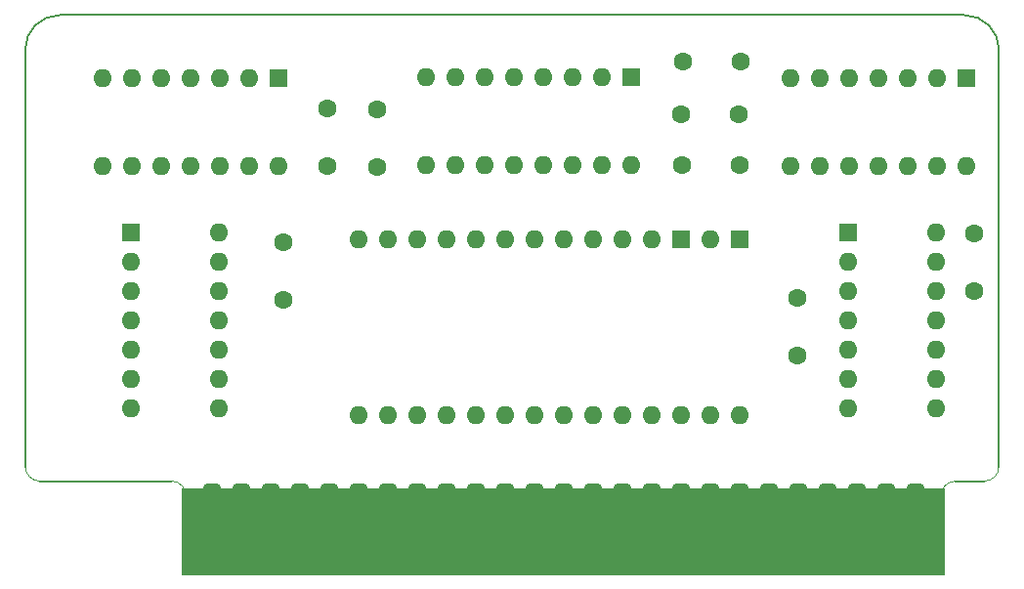
<source format=gts>
G04 #@! TF.GenerationSoftware,KiCad,Pcbnew,(7.0.0-0)*
G04 #@! TF.CreationDate,2024-02-24T19:33:58+09:00*
G04 #@! TF.ProjectId,Grappler_Minus_Keros_alldip_GH,47726170-706c-4657-925f-4d696e75735f,3*
G04 #@! TF.SameCoordinates,Original*
G04 #@! TF.FileFunction,Soldermask,Top*
G04 #@! TF.FilePolarity,Negative*
%FSLAX46Y46*%
G04 Gerber Fmt 4.6, Leading zero omitted, Abs format (unit mm)*
G04 Created by KiCad (PCBNEW (7.0.0-0)) date 2024-02-24 19:33:58*
%MOMM*%
%LPD*%
G01*
G04 APERTURE LIST*
G04 Aperture macros list*
%AMRoundRect*
0 Rectangle with rounded corners*
0 $1 Rounding radius*
0 $2 $3 $4 $5 $6 $7 $8 $9 X,Y pos of 4 corners*
0 Add a 4 corners polygon primitive as box body*
4,1,4,$2,$3,$4,$5,$6,$7,$8,$9,$2,$3,0*
0 Add four circle primitives for the rounded corners*
1,1,$1+$1,$2,$3*
1,1,$1+$1,$4,$5*
1,1,$1+$1,$6,$7*
1,1,$1+$1,$8,$9*
0 Add four rect primitives between the rounded corners*
20,1,$1+$1,$2,$3,$4,$5,0*
20,1,$1+$1,$4,$5,$6,$7,0*
20,1,$1+$1,$6,$7,$8,$9,0*
20,1,$1+$1,$8,$9,$2,$3,0*%
G04 Aperture macros list end*
%ADD10C,0.050000*%
%ADD11C,1.600000*%
%ADD12R,1.600000X1.600000*%
%ADD13O,1.600000X1.600000*%
%ADD14RoundRect,0.381000X0.381000X3.175000X-0.381000X3.175000X-0.381000X-3.175000X0.381000X-3.175000X0*%
G04 #@! TA.AperFunction,Profile*
%ADD15C,0.100000*%
G04 #@! TD*
G04 #@! TA.AperFunction,Profile*
%ADD16C,0.150000*%
G04 #@! TD*
G04 APERTURE END LIST*
D10*
X135835000Y-133965000D02*
X201855000Y-133965000D01*
X201855000Y-133965000D02*
X201855000Y-141458000D01*
X201855000Y-141458000D02*
X135835000Y-141458000D01*
X135835000Y-141458000D02*
X135835000Y-133965000D01*
G36*
X135835000Y-133965000D02*
G01*
X201855000Y-133965000D01*
X201855000Y-141458000D01*
X135835000Y-141458000D01*
X135835000Y-133965000D01*
G37*
D11*
X148430000Y-106080000D03*
X148430000Y-101080000D03*
D12*
X203834999Y-98424999D03*
D13*
X201294999Y-98424999D03*
X198754999Y-98424999D03*
X196214999Y-98424999D03*
X193674999Y-98424999D03*
X191134999Y-98424999D03*
X188594999Y-98424999D03*
X188594999Y-106044999D03*
X191134999Y-106044999D03*
X193674999Y-106044999D03*
X196214999Y-106044999D03*
X198754999Y-106044999D03*
X201294999Y-106044999D03*
X203834999Y-106044999D03*
D12*
X174751999Y-98297999D03*
D13*
X172211999Y-98297999D03*
X169671999Y-98297999D03*
X167131999Y-98297999D03*
X164591999Y-98297999D03*
X162051999Y-98297999D03*
X159511999Y-98297999D03*
X156971999Y-98297999D03*
X156971999Y-105917999D03*
X159511999Y-105917999D03*
X162051999Y-105917999D03*
X164591999Y-105917999D03*
X167131999Y-105917999D03*
X169671999Y-105917999D03*
X172211999Y-105917999D03*
X174751999Y-105917999D03*
D11*
X179240000Y-96990000D03*
X184240000Y-96990000D03*
D12*
X193547999Y-111759999D03*
D13*
X193547999Y-114299999D03*
X193547999Y-116839999D03*
X193547999Y-119379999D03*
X193547999Y-121919999D03*
X193547999Y-124459999D03*
X193547999Y-126999999D03*
X201167999Y-126999999D03*
X201167999Y-124459999D03*
X201167999Y-121919999D03*
X201167999Y-119379999D03*
X201167999Y-116839999D03*
X201167999Y-114299999D03*
X201167999Y-111759999D03*
D12*
X184149999Y-112394999D03*
D13*
X181609999Y-112394999D03*
X179069999Y-112394999D03*
X176529999Y-112394999D03*
X173989999Y-112394999D03*
X171449999Y-112394999D03*
X168909999Y-112394999D03*
X166369999Y-112394999D03*
X163829999Y-112394999D03*
X161289999Y-112394999D03*
X158749999Y-112394999D03*
X156209999Y-112394999D03*
X153669999Y-112394999D03*
X151129999Y-112394999D03*
X151129999Y-127634999D03*
X153669999Y-127634999D03*
X156209999Y-127634999D03*
X158749999Y-127634999D03*
X161289999Y-127634999D03*
X163829999Y-127634999D03*
X166369999Y-127634999D03*
X168909999Y-127634999D03*
X171449999Y-127634999D03*
X173989999Y-127634999D03*
X176529999Y-127634999D03*
X179069999Y-127634999D03*
X181609999Y-127634999D03*
X184149999Y-127634999D03*
D11*
X152750000Y-101100000D03*
X152750000Y-106100000D03*
D12*
X179069999Y-112394999D03*
D13*
X176529999Y-112394999D03*
X173989999Y-112394999D03*
X171449999Y-112394999D03*
X168909999Y-112394999D03*
X166369999Y-112394999D03*
X163829999Y-112394999D03*
X161289999Y-112394999D03*
X158749999Y-112394999D03*
X156209999Y-112394999D03*
X153669999Y-112394999D03*
X151129999Y-112394999D03*
X151129999Y-127634999D03*
X153669999Y-127634999D03*
X156209999Y-127634999D03*
X158749999Y-127634999D03*
X161289999Y-127634999D03*
X163829999Y-127634999D03*
X166369999Y-127634999D03*
X168909999Y-127634999D03*
X171449999Y-127634999D03*
X173989999Y-127634999D03*
X176529999Y-127634999D03*
X179069999Y-127634999D03*
D12*
X144229999Y-98429999D03*
D13*
X141689999Y-98429999D03*
X139149999Y-98429999D03*
X136609999Y-98429999D03*
X134069999Y-98429999D03*
X131529999Y-98429999D03*
X128989999Y-98429999D03*
X128989999Y-106049999D03*
X131529999Y-106049999D03*
X134069999Y-106049999D03*
X136609999Y-106049999D03*
X139149999Y-106049999D03*
X141689999Y-106049999D03*
X144229999Y-106049999D03*
D14*
X138420000Y-137140000D03*
X140960000Y-137140000D03*
X143500000Y-137140000D03*
X146040000Y-137140000D03*
X148580000Y-137140000D03*
X151120000Y-137140000D03*
X153660000Y-137140000D03*
X156200000Y-137140000D03*
X158740000Y-137140000D03*
X161280000Y-137140000D03*
X163820000Y-137140000D03*
X166360000Y-137140000D03*
X168900000Y-137140000D03*
X171440000Y-137140000D03*
X173980000Y-137140000D03*
X176520000Y-137140000D03*
X179060000Y-137140000D03*
X181600000Y-137140000D03*
X184140000Y-137140000D03*
X186680000Y-137140000D03*
X189220000Y-137140000D03*
X191760000Y-137140000D03*
X194300000Y-137140000D03*
X196840000Y-137140000D03*
X199380000Y-137140000D03*
D12*
X131444999Y-111759999D03*
D13*
X131444999Y-114299999D03*
X131444999Y-116839999D03*
X131444999Y-119379999D03*
X131444999Y-121919999D03*
X131444999Y-124459999D03*
X131444999Y-126999999D03*
X139064999Y-126999999D03*
X139064999Y-124459999D03*
X139064999Y-121919999D03*
X139064999Y-119379999D03*
X139064999Y-116839999D03*
X139064999Y-114299999D03*
X139064999Y-111759999D03*
D11*
X189210000Y-117460000D03*
X189210000Y-122460000D03*
X179170000Y-105930000D03*
X184170000Y-105930000D03*
X179120000Y-101540000D03*
X184120000Y-101540000D03*
X189210000Y-122460000D03*
X204530000Y-116890000D03*
X204530000Y-111890000D03*
X144630000Y-117660000D03*
X144630000Y-112660000D03*
D15*
X202882500Y-133350000D02*
G75*
G03*
X201612500Y-134620000I0J-1270000D01*
G01*
X200977500Y-140970000D02*
X136842500Y-140970000D01*
D16*
X206642000Y-95935000D02*
G75*
G03*
X203662000Y-92955000I-2980000J0D01*
G01*
D15*
X201612500Y-134620000D02*
X201612500Y-140335000D01*
D16*
X122270000Y-132080000D02*
X122270000Y-95930000D01*
D15*
X205368000Y-133355000D02*
G75*
G03*
X206638000Y-132085000I0J1270000D01*
G01*
X136207500Y-134620000D02*
G75*
G03*
X134937500Y-133350000I-1270000J0D01*
G01*
D16*
X134937500Y-133350000D02*
X123540000Y-133350000D01*
X125250000Y-92950000D02*
X203662000Y-92955000D01*
X206638000Y-132085000D02*
X206642000Y-95935000D01*
X125250000Y-92950000D02*
G75*
G03*
X122270000Y-95930000I0J-2980000D01*
G01*
D15*
X122270000Y-132080000D02*
G75*
G03*
X123540000Y-133350000I1270000J0D01*
G01*
D16*
X205368000Y-133355000D02*
X202882500Y-133350000D01*
D15*
X136207500Y-134620000D02*
X136207500Y-140335000D01*
X201612500Y-140335000D02*
X200977500Y-140970000D01*
X136207500Y-140335000D02*
X136842500Y-140970000D01*
M02*

</source>
